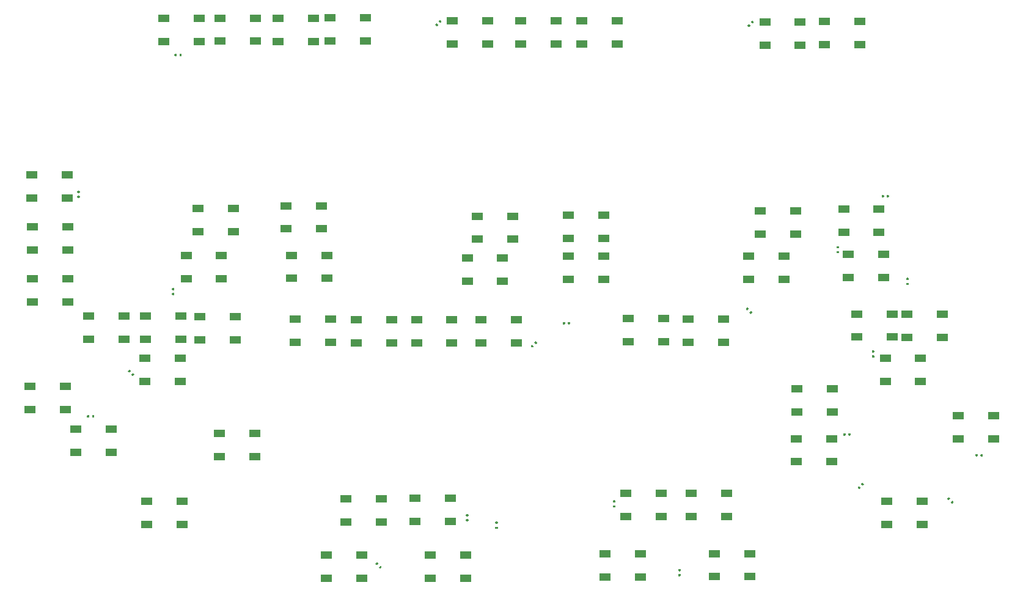
<source format=gbr>
%TF.GenerationSoftware,KiCad,Pcbnew,(5.1.6)-1*%
%TF.CreationDate,2020-11-25T10:01:43+11:00*%
%TF.ProjectId,INTR LT Panel PCB V1,494e5452-204c-4542-9050-616e656c2050,rev?*%
%TF.SameCoordinates,Original*%
%TF.FileFunction,Paste,Top*%
%TF.FilePolarity,Positive*%
%FSLAX46Y46*%
G04 Gerber Fmt 4.6, Leading zero omitted, Abs format (unit mm)*
G04 Created by KiCad (PCBNEW (5.1.6)-1) date 2020-11-25 10:01:43*
%MOMM*%
%LPD*%
G01*
G04 APERTURE LIST*
%ADD10R,1.500000X1.000000*%
G04 APERTURE END LIST*
%TO.C,C23*%
G36*
G01*
X163447900Y-85554200D02*
X163246900Y-85554200D01*
G75*
G02*
X163167400Y-85474700I0J79500D01*
G01*
X163167400Y-85315700D01*
G75*
G02*
X163246900Y-85236200I79500J0D01*
G01*
X163447900Y-85236200D01*
G75*
G02*
X163527400Y-85315700I0J-79500D01*
G01*
X163527400Y-85474700D01*
G75*
G02*
X163447900Y-85554200I-79500J0D01*
G01*
G37*
G36*
G01*
X163447900Y-86244200D02*
X163246900Y-86244200D01*
G75*
G02*
X163167400Y-86164700I0J79500D01*
G01*
X163167400Y-86005700D01*
G75*
G02*
X163246900Y-85926200I79500J0D01*
G01*
X163447900Y-85926200D01*
G75*
G02*
X163527400Y-86005700I0J-79500D01*
G01*
X163527400Y-86164700D01*
G75*
G02*
X163447900Y-86244200I-79500J0D01*
G01*
G37*
%TD*%
%TO.C,C22*%
G36*
G01*
X160485400Y-74039900D02*
X160485400Y-73838900D01*
G75*
G02*
X160564900Y-73759400I79500J0D01*
G01*
X160723900Y-73759400D01*
G75*
G02*
X160803400Y-73838900I0J-79500D01*
G01*
X160803400Y-74039900D01*
G75*
G02*
X160723900Y-74119400I-79500J0D01*
G01*
X160564900Y-74119400D01*
G75*
G02*
X160485400Y-74039900I0J79500D01*
G01*
G37*
G36*
G01*
X159795400Y-74039900D02*
X159795400Y-73838900D01*
G75*
G02*
X159874900Y-73759400I79500J0D01*
G01*
X160033900Y-73759400D01*
G75*
G02*
X160113400Y-73838900I0J-79500D01*
G01*
X160113400Y-74039900D01*
G75*
G02*
X160033900Y-74119400I-79500J0D01*
G01*
X159874900Y-74119400D01*
G75*
G02*
X159795400Y-74039900I0J79500D01*
G01*
G37*
%TD*%
%TO.C,C21*%
G36*
G01*
X158698100Y-95612600D02*
X158497100Y-95612600D01*
G75*
G02*
X158417600Y-95533100I0J79500D01*
G01*
X158417600Y-95374100D01*
G75*
G02*
X158497100Y-95294600I79500J0D01*
G01*
X158698100Y-95294600D01*
G75*
G02*
X158777600Y-95374100I0J-79500D01*
G01*
X158777600Y-95533100D01*
G75*
G02*
X158698100Y-95612600I-79500J0D01*
G01*
G37*
G36*
G01*
X158698100Y-96302600D02*
X158497100Y-96302600D01*
G75*
G02*
X158417600Y-96223100I0J79500D01*
G01*
X158417600Y-96064100D01*
G75*
G02*
X158497100Y-95984600I79500J0D01*
G01*
X158698100Y-95984600D01*
G75*
G02*
X158777600Y-96064100I0J-79500D01*
G01*
X158777600Y-96223100D01*
G75*
G02*
X158698100Y-96302600I-79500J0D01*
G01*
G37*
%TD*%
%TO.C,C20*%
G36*
G01*
X173464800Y-109930100D02*
X173464800Y-109729100D01*
G75*
G02*
X173544300Y-109649600I79500J0D01*
G01*
X173703300Y-109649600D01*
G75*
G02*
X173782800Y-109729100I0J-79500D01*
G01*
X173782800Y-109930100D01*
G75*
G02*
X173703300Y-110009600I-79500J0D01*
G01*
X173544300Y-110009600D01*
G75*
G02*
X173464800Y-109930100I0J79500D01*
G01*
G37*
G36*
G01*
X172774800Y-109930100D02*
X172774800Y-109729100D01*
G75*
G02*
X172854300Y-109649600I79500J0D01*
G01*
X173013300Y-109649600D01*
G75*
G02*
X173092800Y-109729100I0J-79500D01*
G01*
X173092800Y-109930100D01*
G75*
G02*
X173013300Y-110009600I-79500J0D01*
G01*
X172854300Y-110009600D01*
G75*
G02*
X172774800Y-109930100I0J79500D01*
G01*
G37*
%TD*%
%TO.C,C19*%
G36*
G01*
X154779400Y-106833500D02*
X154779400Y-107034500D01*
G75*
G02*
X154699900Y-107114000I-79500J0D01*
G01*
X154540900Y-107114000D01*
G75*
G02*
X154461400Y-107034500I0J79500D01*
G01*
X154461400Y-106833500D01*
G75*
G02*
X154540900Y-106754000I79500J0D01*
G01*
X154699900Y-106754000D01*
G75*
G02*
X154779400Y-106833500I0J-79500D01*
G01*
G37*
G36*
G01*
X155469400Y-106833500D02*
X155469400Y-107034500D01*
G75*
G02*
X155389900Y-107114000I-79500J0D01*
G01*
X155230900Y-107114000D01*
G75*
G02*
X155151400Y-107034500I0J79500D01*
G01*
X155151400Y-106833500D01*
G75*
G02*
X155230900Y-106754000I79500J0D01*
G01*
X155389900Y-106754000D01*
G75*
G02*
X155469400Y-106833500I0J-79500D01*
G01*
G37*
%TD*%
%TO.C,C18*%
G36*
G01*
X156690888Y-114134184D02*
X156833016Y-114276312D01*
G75*
G02*
X156833016Y-114388742I-56215J-56215D01*
G01*
X156720586Y-114501172D01*
G75*
G02*
X156608156Y-114501172I-56215J56215D01*
G01*
X156466028Y-114359044D01*
G75*
G02*
X156466028Y-114246614I56215J56215D01*
G01*
X156578458Y-114134184D01*
G75*
G02*
X156690888Y-114134184I56215J-56215D01*
G01*
G37*
G36*
G01*
X157178792Y-113646280D02*
X157320920Y-113788408D01*
G75*
G02*
X157320920Y-113900838I-56215J-56215D01*
G01*
X157208490Y-114013268D01*
G75*
G02*
X157096060Y-114013268I-56215J56215D01*
G01*
X156953932Y-113871140D01*
G75*
G02*
X156953932Y-113758710I56215J56215D01*
G01*
X157066362Y-113646280D01*
G75*
G02*
X157178792Y-113646280I56215J-56215D01*
G01*
G37*
%TD*%
%TO.C,C17*%
G36*
G01*
X169376858Y-116280586D02*
X169518986Y-116138458D01*
G75*
G02*
X169631416Y-116138458I56215J-56215D01*
G01*
X169743846Y-116250888D01*
G75*
G02*
X169743846Y-116363318I-56215J-56215D01*
G01*
X169601718Y-116505446D01*
G75*
G02*
X169489288Y-116505446I-56215J56215D01*
G01*
X169376858Y-116393016D01*
G75*
G02*
X169376858Y-116280586I56215J56215D01*
G01*
G37*
G36*
G01*
X168888954Y-115792682D02*
X169031082Y-115650554D01*
G75*
G02*
X169143512Y-115650554I56215J-56215D01*
G01*
X169255942Y-115762984D01*
G75*
G02*
X169255942Y-115875414I-56215J-56215D01*
G01*
X169113814Y-116017542D01*
G75*
G02*
X169001384Y-116017542I-56215J56215D01*
G01*
X168888954Y-115905112D01*
G75*
G02*
X168888954Y-115792682I56215J56215D01*
G01*
G37*
%TD*%
%TO.C,C16*%
G36*
G01*
X106526500Y-119336200D02*
X106325500Y-119336200D01*
G75*
G02*
X106246000Y-119256700I0J79500D01*
G01*
X106246000Y-119097700D01*
G75*
G02*
X106325500Y-119018200I79500J0D01*
G01*
X106526500Y-119018200D01*
G75*
G02*
X106606000Y-119097700I0J-79500D01*
G01*
X106606000Y-119256700D01*
G75*
G02*
X106526500Y-119336200I-79500J0D01*
G01*
G37*
G36*
G01*
X106526500Y-120026200D02*
X106325500Y-120026200D01*
G75*
G02*
X106246000Y-119946700I0J79500D01*
G01*
X106246000Y-119787700D01*
G75*
G02*
X106325500Y-119708200I79500J0D01*
G01*
X106526500Y-119708200D01*
G75*
G02*
X106606000Y-119787700I0J-79500D01*
G01*
X106606000Y-119946700D01*
G75*
G02*
X106526500Y-120026200I-79500J0D01*
G01*
G37*
%TD*%
%TO.C,C15*%
G36*
G01*
X131674700Y-126271600D02*
X131875700Y-126271600D01*
G75*
G02*
X131955200Y-126351100I0J-79500D01*
G01*
X131955200Y-126510100D01*
G75*
G02*
X131875700Y-126589600I-79500J0D01*
G01*
X131674700Y-126589600D01*
G75*
G02*
X131595200Y-126510100I0J79500D01*
G01*
X131595200Y-126351100D01*
G75*
G02*
X131674700Y-126271600I79500J0D01*
G01*
G37*
G36*
G01*
X131674700Y-125581600D02*
X131875700Y-125581600D01*
G75*
G02*
X131955200Y-125661100I0J-79500D01*
G01*
X131955200Y-125820100D01*
G75*
G02*
X131875700Y-125899600I-79500J0D01*
G01*
X131674700Y-125899600D01*
G75*
G02*
X131595200Y-125820100I0J79500D01*
G01*
X131595200Y-125661100D01*
G75*
G02*
X131674700Y-125581600I79500J0D01*
G01*
G37*
%TD*%
%TO.C,C14*%
G36*
G01*
X122632300Y-116746600D02*
X122833300Y-116746600D01*
G75*
G02*
X122912800Y-116826100I0J-79500D01*
G01*
X122912800Y-116985100D01*
G75*
G02*
X122833300Y-117064600I-79500J0D01*
G01*
X122632300Y-117064600D01*
G75*
G02*
X122552800Y-116985100I0J79500D01*
G01*
X122552800Y-116826100D01*
G75*
G02*
X122632300Y-116746600I79500J0D01*
G01*
G37*
G36*
G01*
X122632300Y-116056600D02*
X122833300Y-116056600D01*
G75*
G02*
X122912800Y-116136100I0J-79500D01*
G01*
X122912800Y-116295100D01*
G75*
G02*
X122833300Y-116374600I-79500J0D01*
G01*
X122632300Y-116374600D01*
G75*
G02*
X122552800Y-116295100I0J79500D01*
G01*
X122552800Y-116136100D01*
G75*
G02*
X122632300Y-116056600I79500J0D01*
G01*
G37*
%TD*%
%TO.C,C13*%
G36*
G01*
X90128858Y-125297586D02*
X90270986Y-125155458D01*
G75*
G02*
X90383416Y-125155458I56215J-56215D01*
G01*
X90495846Y-125267888D01*
G75*
G02*
X90495846Y-125380318I-56215J-56215D01*
G01*
X90353718Y-125522446D01*
G75*
G02*
X90241288Y-125522446I-56215J56215D01*
G01*
X90128858Y-125410016D01*
G75*
G02*
X90128858Y-125297586I56215J56215D01*
G01*
G37*
G36*
G01*
X89640954Y-124809682D02*
X89783082Y-124667554D01*
G75*
G02*
X89895512Y-124667554I56215J-56215D01*
G01*
X90007942Y-124779984D01*
G75*
G02*
X90007942Y-124892414I-56215J-56215D01*
G01*
X89865814Y-125034542D01*
G75*
G02*
X89753384Y-125034542I-56215J56215D01*
G01*
X89640954Y-124922112D01*
G75*
G02*
X89640954Y-124809682I56215J56215D01*
G01*
G37*
%TD*%
%TO.C,C12*%
G36*
G01*
X102261500Y-118651600D02*
X102462500Y-118651600D01*
G75*
G02*
X102542000Y-118731100I0J-79500D01*
G01*
X102542000Y-118890100D01*
G75*
G02*
X102462500Y-118969600I-79500J0D01*
G01*
X102261500Y-118969600D01*
G75*
G02*
X102182000Y-118890100I0J79500D01*
G01*
X102182000Y-118731100D01*
G75*
G02*
X102261500Y-118651600I79500J0D01*
G01*
G37*
G36*
G01*
X102261500Y-117961600D02*
X102462500Y-117961600D01*
G75*
G02*
X102542000Y-118041100I0J-79500D01*
G01*
X102542000Y-118200100D01*
G75*
G02*
X102462500Y-118279600I-79500J0D01*
G01*
X102261500Y-118279600D01*
G75*
G02*
X102182000Y-118200100I0J79500D01*
G01*
X102182000Y-118041100D01*
G75*
G02*
X102261500Y-117961600I79500J0D01*
G01*
G37*
%TD*%
%TO.C,C11*%
G36*
G01*
X48413500Y-73871400D02*
X48614500Y-73871400D01*
G75*
G02*
X48694000Y-73950900I0J-79500D01*
G01*
X48694000Y-74109900D01*
G75*
G02*
X48614500Y-74189400I-79500J0D01*
G01*
X48413500Y-74189400D01*
G75*
G02*
X48334000Y-74109900I0J79500D01*
G01*
X48334000Y-73950900D01*
G75*
G02*
X48413500Y-73871400I79500J0D01*
G01*
G37*
G36*
G01*
X48413500Y-73181400D02*
X48614500Y-73181400D01*
G75*
G02*
X48694000Y-73260900I0J-79500D01*
G01*
X48694000Y-73419900D01*
G75*
G02*
X48614500Y-73499400I-79500J0D01*
G01*
X48413500Y-73499400D01*
G75*
G02*
X48334000Y-73419900I0J79500D01*
G01*
X48334000Y-73260900D01*
G75*
G02*
X48413500Y-73181400I79500J0D01*
G01*
G37*
%TD*%
%TO.C,C10*%
G36*
G01*
X50376400Y-104545300D02*
X50376400Y-104344300D01*
G75*
G02*
X50455900Y-104264800I79500J0D01*
G01*
X50614900Y-104264800D01*
G75*
G02*
X50694400Y-104344300I0J-79500D01*
G01*
X50694400Y-104545300D01*
G75*
G02*
X50614900Y-104624800I-79500J0D01*
G01*
X50455900Y-104624800D01*
G75*
G02*
X50376400Y-104545300I0J79500D01*
G01*
G37*
G36*
G01*
X49686400Y-104545300D02*
X49686400Y-104344300D01*
G75*
G02*
X49765900Y-104264800I79500J0D01*
G01*
X49924900Y-104264800D01*
G75*
G02*
X50004400Y-104344300I0J-79500D01*
G01*
X50004400Y-104545300D01*
G75*
G02*
X49924900Y-104624800I-79500J0D01*
G01*
X49765900Y-104624800D01*
G75*
G02*
X49686400Y-104545300I0J79500D01*
G01*
G37*
%TD*%
%TO.C,C9*%
G36*
G01*
X61720900Y-86951200D02*
X61519900Y-86951200D01*
G75*
G02*
X61440400Y-86871700I0J79500D01*
G01*
X61440400Y-86712700D01*
G75*
G02*
X61519900Y-86633200I79500J0D01*
G01*
X61720900Y-86633200D01*
G75*
G02*
X61800400Y-86712700I0J-79500D01*
G01*
X61800400Y-86871700D01*
G75*
G02*
X61720900Y-86951200I-79500J0D01*
G01*
G37*
G36*
G01*
X61720900Y-87641200D02*
X61519900Y-87641200D01*
G75*
G02*
X61440400Y-87561700I0J79500D01*
G01*
X61440400Y-87402700D01*
G75*
G02*
X61519900Y-87323200I79500J0D01*
G01*
X61720900Y-87323200D01*
G75*
G02*
X61800400Y-87402700I0J-79500D01*
G01*
X61800400Y-87561700D01*
G75*
G02*
X61720900Y-87641200I-79500J0D01*
G01*
G37*
%TD*%
%TO.C,C8*%
G36*
G01*
X111405014Y-94523058D02*
X111547142Y-94665186D01*
G75*
G02*
X111547142Y-94777616I-56215J-56215D01*
G01*
X111434712Y-94890046D01*
G75*
G02*
X111322282Y-94890046I-56215J56215D01*
G01*
X111180154Y-94747918D01*
G75*
G02*
X111180154Y-94635488I56215J56215D01*
G01*
X111292584Y-94523058D01*
G75*
G02*
X111405014Y-94523058I56215J-56215D01*
G01*
G37*
G36*
G01*
X111892918Y-94035154D02*
X112035046Y-94177282D01*
G75*
G02*
X112035046Y-94289712I-56215J-56215D01*
G01*
X111922616Y-94402142D01*
G75*
G02*
X111810186Y-94402142I-56215J56215D01*
G01*
X111668058Y-94260014D01*
G75*
G02*
X111668058Y-94147584I56215J56215D01*
G01*
X111780488Y-94035154D01*
G75*
G02*
X111892918Y-94035154I56215J-56215D01*
G01*
G37*
%TD*%
%TO.C,C7*%
G36*
G01*
X55366306Y-98129634D02*
X55508434Y-97987506D01*
G75*
G02*
X55620864Y-97987506I56215J-56215D01*
G01*
X55733294Y-98099936D01*
G75*
G02*
X55733294Y-98212366I-56215J-56215D01*
G01*
X55591166Y-98354494D01*
G75*
G02*
X55478736Y-98354494I-56215J56215D01*
G01*
X55366306Y-98242064D01*
G75*
G02*
X55366306Y-98129634I56215J56215D01*
G01*
G37*
G36*
G01*
X55854210Y-98617538D02*
X55996338Y-98475410D01*
G75*
G02*
X56108768Y-98475410I56215J-56215D01*
G01*
X56221198Y-98587840D01*
G75*
G02*
X56221198Y-98700270I-56215J-56215D01*
G01*
X56079070Y-98842398D01*
G75*
G02*
X55966640Y-98842398I-56215J56215D01*
G01*
X55854210Y-98729968D01*
G75*
G02*
X55854210Y-98617538I56215J56215D01*
G01*
G37*
%TD*%
%TO.C,C6*%
G36*
G01*
X141462258Y-90016986D02*
X141604386Y-89874858D01*
G75*
G02*
X141716816Y-89874858I56215J-56215D01*
G01*
X141829246Y-89987288D01*
G75*
G02*
X141829246Y-90099718I-56215J-56215D01*
G01*
X141687118Y-90241846D01*
G75*
G02*
X141574688Y-90241846I-56215J56215D01*
G01*
X141462258Y-90129416D01*
G75*
G02*
X141462258Y-90016986I56215J56215D01*
G01*
G37*
G36*
G01*
X140974354Y-89529082D02*
X141116482Y-89386954D01*
G75*
G02*
X141228912Y-89386954I56215J-56215D01*
G01*
X141341342Y-89499384D01*
G75*
G02*
X141341342Y-89611814I-56215J-56215D01*
G01*
X141199214Y-89753942D01*
G75*
G02*
X141086784Y-89753942I-56215J56215D01*
G01*
X140974354Y-89641512D01*
G75*
G02*
X140974354Y-89529082I56215J56215D01*
G01*
G37*
%TD*%
%TO.C,C5*%
G36*
G01*
X153821300Y-81160000D02*
X153620300Y-81160000D01*
G75*
G02*
X153540800Y-81080500I0J79500D01*
G01*
X153540800Y-80921500D01*
G75*
G02*
X153620300Y-80842000I79500J0D01*
G01*
X153821300Y-80842000D01*
G75*
G02*
X153900800Y-80921500I0J-79500D01*
G01*
X153900800Y-81080500D01*
G75*
G02*
X153821300Y-81160000I-79500J0D01*
G01*
G37*
G36*
G01*
X153821300Y-81850000D02*
X153620300Y-81850000D01*
G75*
G02*
X153540800Y-81770500I0J79500D01*
G01*
X153540800Y-81611500D01*
G75*
G02*
X153620300Y-81532000I79500J0D01*
G01*
X153821300Y-81532000D01*
G75*
G02*
X153900800Y-81611500I0J-79500D01*
G01*
X153900800Y-81770500D01*
G75*
G02*
X153821300Y-81850000I-79500J0D01*
G01*
G37*
%TD*%
%TO.C,C4*%
G36*
G01*
X141427814Y-50123858D02*
X141569942Y-50265986D01*
G75*
G02*
X141569942Y-50378416I-56215J-56215D01*
G01*
X141457512Y-50490846D01*
G75*
G02*
X141345082Y-50490846I-56215J56215D01*
G01*
X141202954Y-50348718D01*
G75*
G02*
X141202954Y-50236288I56215J56215D01*
G01*
X141315384Y-50123858D01*
G75*
G02*
X141427814Y-50123858I56215J-56215D01*
G01*
G37*
G36*
G01*
X141915718Y-49635954D02*
X142057846Y-49778082D01*
G75*
G02*
X142057846Y-49890512I-56215J-56215D01*
G01*
X141945416Y-50002942D01*
G75*
G02*
X141832986Y-50002942I-56215J56215D01*
G01*
X141690858Y-49860814D01*
G75*
G02*
X141690858Y-49748384I56215J56215D01*
G01*
X141803288Y-49635954D01*
G75*
G02*
X141915718Y-49635954I56215J-56215D01*
G01*
G37*
%TD*%
%TO.C,C3*%
G36*
G01*
X98173940Y-50019932D02*
X98316068Y-50162060D01*
G75*
G02*
X98316068Y-50274490I-56215J-56215D01*
G01*
X98203638Y-50386920D01*
G75*
G02*
X98091208Y-50386920I-56215J56215D01*
G01*
X97949080Y-50244792D01*
G75*
G02*
X97949080Y-50132362I56215J56215D01*
G01*
X98061510Y-50019932D01*
G75*
G02*
X98173940Y-50019932I56215J-56215D01*
G01*
G37*
G36*
G01*
X98661844Y-49532028D02*
X98803972Y-49674156D01*
G75*
G02*
X98803972Y-49786586I-56215J-56215D01*
G01*
X98691542Y-49899016D01*
G75*
G02*
X98579112Y-49899016I-56215J56215D01*
G01*
X98436984Y-49756888D01*
G75*
G02*
X98436984Y-49644458I56215J56215D01*
G01*
X98549414Y-49532028D01*
G75*
G02*
X98661844Y-49532028I56215J-56215D01*
G01*
G37*
%TD*%
%TO.C,C2*%
G36*
G01*
X62492200Y-54481900D02*
X62492200Y-54280900D01*
G75*
G02*
X62571700Y-54201400I79500J0D01*
G01*
X62730700Y-54201400D01*
G75*
G02*
X62810200Y-54280900I0J-79500D01*
G01*
X62810200Y-54481900D01*
G75*
G02*
X62730700Y-54561400I-79500J0D01*
G01*
X62571700Y-54561400D01*
G75*
G02*
X62492200Y-54481900I0J79500D01*
G01*
G37*
G36*
G01*
X61802200Y-54481900D02*
X61802200Y-54280900D01*
G75*
G02*
X61881700Y-54201400I79500J0D01*
G01*
X62040700Y-54201400D01*
G75*
G02*
X62120200Y-54280900I0J-79500D01*
G01*
X62120200Y-54481900D01*
G75*
G02*
X62040700Y-54561400I-79500J0D01*
G01*
X61881700Y-54561400D01*
G75*
G02*
X61802200Y-54481900I0J79500D01*
G01*
G37*
%TD*%
D10*
%TO.C,D54*%
X57990400Y-116205000D03*
X57990400Y-119405000D03*
X62890400Y-116205000D03*
X62890400Y-119405000D03*
%TD*%
%TO.C,D53*%
X48133000Y-106223000D03*
X48133000Y-109423000D03*
X53033000Y-106223000D03*
X53033000Y-109423000D03*
%TD*%
%TO.C,D52*%
X57711000Y-96367600D03*
X57711000Y-99567600D03*
X62611000Y-96367600D03*
X62611000Y-99567600D03*
%TD*%
%TO.C,D51*%
X68035000Y-106833000D03*
X68035000Y-110033000D03*
X72935000Y-106833000D03*
X72935000Y-110033000D03*
%TD*%
%TO.C,D50*%
X82831600Y-123622000D03*
X82831600Y-126822000D03*
X87731600Y-123622000D03*
X87731600Y-126822000D03*
%TD*%
%TO.C,D49*%
X85574800Y-115849000D03*
X85574800Y-119049000D03*
X90474800Y-115849000D03*
X90474800Y-119049000D03*
%TD*%
%TO.C,D48*%
X95150600Y-115799000D03*
X95150600Y-118999000D03*
X100050600Y-115799000D03*
X100050600Y-118999000D03*
%TD*%
%TO.C,D47*%
X97208000Y-123647000D03*
X97208000Y-126847000D03*
X102108000Y-123647000D03*
X102108000Y-126847000D03*
%TD*%
%TO.C,D46*%
X121490000Y-123469000D03*
X121490000Y-126669000D03*
X126390000Y-123469000D03*
X126390000Y-126669000D03*
%TD*%
%TO.C,D45*%
X124310000Y-115113000D03*
X124310000Y-118313000D03*
X129210000Y-115113000D03*
X129210000Y-118313000D03*
%TD*%
%TO.C,D44*%
X133415000Y-115113000D03*
X133415000Y-118313000D03*
X138315000Y-115113000D03*
X138315000Y-118313000D03*
%TD*%
%TO.C,D43*%
X136629000Y-123444000D03*
X136629000Y-126644000D03*
X141529000Y-123444000D03*
X141529000Y-126644000D03*
%TD*%
%TO.C,D42*%
X148008000Y-100610000D03*
X148008000Y-103810000D03*
X152908000Y-100610000D03*
X152908000Y-103810000D03*
%TD*%
%TO.C,D41*%
X147983000Y-107519000D03*
X147983000Y-110719000D03*
X152883000Y-107519000D03*
X152883000Y-110719000D03*
%TD*%
%TO.C,D40*%
X160466000Y-116205000D03*
X160466000Y-119405000D03*
X165366000Y-116205000D03*
X165366000Y-119405000D03*
%TD*%
%TO.C,D39*%
X170385000Y-104318000D03*
X170385000Y-107518000D03*
X175285000Y-104318000D03*
X175285000Y-107518000D03*
%TD*%
%TO.C,D38*%
X160276000Y-96367600D03*
X160276000Y-99567600D03*
X165176000Y-96367600D03*
X165176000Y-99567600D03*
%TD*%
%TO.C,R1*%
G36*
G01*
X115928000Y-91441100D02*
X115928000Y-91642100D01*
G75*
G02*
X115848500Y-91721600I-79500J0D01*
G01*
X115689500Y-91721600D01*
G75*
G02*
X115610000Y-91642100I0J79500D01*
G01*
X115610000Y-91441100D01*
G75*
G02*
X115689500Y-91361600I79500J0D01*
G01*
X115848500Y-91361600D01*
G75*
G02*
X115928000Y-91441100I0J-79500D01*
G01*
G37*
G36*
G01*
X116618000Y-91441100D02*
X116618000Y-91642100D01*
G75*
G02*
X116538500Y-91721600I-79500J0D01*
G01*
X116379500Y-91721600D01*
G75*
G02*
X116300000Y-91642100I0J79500D01*
G01*
X116300000Y-91441100D01*
G75*
G02*
X116379500Y-91361600I79500J0D01*
G01*
X116538500Y-91361600D01*
G75*
G02*
X116618000Y-91441100I0J-79500D01*
G01*
G37*
%TD*%
%TO.C,D37*%
X163299000Y-90297400D03*
X163299000Y-93497400D03*
X168199000Y-90297400D03*
X168199000Y-93497400D03*
%TD*%
%TO.C,D36*%
X156339000Y-90246200D03*
X156339000Y-93446200D03*
X161239000Y-90246200D03*
X161239000Y-93446200D03*
%TD*%
%TO.C,D35*%
X155171000Y-81965800D03*
X155171000Y-85165800D03*
X160071000Y-81965800D03*
X160071000Y-85165800D03*
%TD*%
%TO.C,D34*%
X154522000Y-75717600D03*
X154522000Y-78917600D03*
X159422000Y-75717600D03*
X159422000Y-78917600D03*
%TD*%
%TO.C,D33*%
X142953000Y-75971400D03*
X142953000Y-79171400D03*
X147853000Y-75971400D03*
X147853000Y-79171400D03*
%TD*%
%TO.C,D32*%
X141351000Y-82245200D03*
X141351000Y-85445200D03*
X146251000Y-82245200D03*
X146251000Y-85445200D03*
%TD*%
%TO.C,D31*%
X132971000Y-90957400D03*
X132971000Y-94157400D03*
X137871000Y-90957400D03*
X137871000Y-94157400D03*
%TD*%
%TO.C,D30*%
X124702000Y-90906800D03*
X124702000Y-94106800D03*
X129602000Y-90906800D03*
X129602000Y-94106800D03*
%TD*%
%TO.C,D29*%
X116360000Y-82271000D03*
X116360000Y-85471000D03*
X121260000Y-82271000D03*
X121260000Y-85471000D03*
%TD*%
%TO.C,D28*%
X116371000Y-76606600D03*
X116371000Y-79806600D03*
X121271000Y-76606600D03*
X121271000Y-79806600D03*
%TD*%
%TO.C,D27*%
X103761000Y-76708000D03*
X103761000Y-79908000D03*
X108661000Y-76708000D03*
X108661000Y-79908000D03*
%TD*%
%TO.C,D26*%
X102362000Y-82499200D03*
X102362000Y-85699200D03*
X107262000Y-82499200D03*
X107262000Y-85699200D03*
%TD*%
%TO.C,D25*%
X104281000Y-91033800D03*
X104281000Y-94233800D03*
X109181000Y-91033800D03*
X109181000Y-94233800D03*
%TD*%
%TO.C,D24*%
X95340000Y-91033800D03*
X95340000Y-94233800D03*
X100240000Y-91033800D03*
X100240000Y-94233800D03*
%TD*%
%TO.C,D23*%
X86997200Y-91059000D03*
X86997200Y-94259000D03*
X91897200Y-91059000D03*
X91897200Y-94259000D03*
%TD*%
%TO.C,D22*%
X78499800Y-90983000D03*
X78499800Y-94183000D03*
X83399800Y-90983000D03*
X83399800Y-94183000D03*
%TD*%
%TO.C,D21*%
X78042600Y-82118400D03*
X78042600Y-85318400D03*
X82942600Y-82118400D03*
X82942600Y-85318400D03*
%TD*%
%TO.C,D20*%
X77292200Y-75260200D03*
X77292200Y-78460200D03*
X82192200Y-75260200D03*
X82192200Y-78460200D03*
%TD*%
%TO.C,D19*%
X65088600Y-75616000D03*
X65088600Y-78816000D03*
X69988600Y-75616000D03*
X69988600Y-78816000D03*
%TD*%
%TO.C,D18*%
X63423800Y-82169000D03*
X63423800Y-85369000D03*
X68323800Y-82169000D03*
X68323800Y-85369000D03*
%TD*%
%TO.C,D17*%
X65331000Y-90652600D03*
X65331000Y-93852600D03*
X70231000Y-90652600D03*
X70231000Y-93852600D03*
%TD*%
%TO.C,D16*%
X57785000Y-90576400D03*
X57785000Y-93776400D03*
X62685000Y-90576400D03*
X62685000Y-93776400D03*
%TD*%
%TO.C,D15*%
X49936400Y-90525600D03*
X49936400Y-93725600D03*
X54836400Y-90525600D03*
X54836400Y-93725600D03*
%TD*%
%TO.C,D14*%
X41759800Y-100254000D03*
X41759800Y-103454000D03*
X46659800Y-100254000D03*
X46659800Y-103454000D03*
%TD*%
%TO.C,D13*%
X42115400Y-85394800D03*
X42115400Y-88594800D03*
X47015400Y-85394800D03*
X47015400Y-88594800D03*
%TD*%
%TO.C,D12*%
X42127000Y-78181400D03*
X42127000Y-81381400D03*
X47027000Y-78181400D03*
X47027000Y-81381400D03*
%TD*%
%TO.C,D11*%
X42064600Y-71018400D03*
X42064600Y-74218400D03*
X46964600Y-71018400D03*
X46964600Y-74218400D03*
%TD*%
%TO.C,D10*%
X60299600Y-49301400D03*
X60299600Y-52501400D03*
X65199600Y-49301400D03*
X65199600Y-52501400D03*
%TD*%
%TO.C,D9*%
X68122800Y-49276000D03*
X68122800Y-52476000D03*
X73022800Y-49276000D03*
X73022800Y-52476000D03*
%TD*%
%TO.C,D8*%
X76126000Y-49301800D03*
X76126000Y-52501800D03*
X81026000Y-49301800D03*
X81026000Y-52501800D03*
%TD*%
%TO.C,D7*%
X83390400Y-49250600D03*
X83390400Y-52450600D03*
X88290400Y-49250600D03*
X88290400Y-52450600D03*
%TD*%
%TO.C,D6*%
X100279000Y-49657000D03*
X100279000Y-52857000D03*
X105179000Y-49657000D03*
X105179000Y-52857000D03*
%TD*%
%TO.C,D5*%
X109781000Y-49657000D03*
X109781000Y-52857000D03*
X114681000Y-49657000D03*
X114681000Y-52857000D03*
%TD*%
%TO.C,D4*%
X118237000Y-49682800D03*
X118237000Y-52882800D03*
X123137000Y-49682800D03*
X123137000Y-52882800D03*
%TD*%
%TO.C,D3*%
X143600000Y-49809600D03*
X143600000Y-53009600D03*
X148500000Y-49809600D03*
X148500000Y-53009600D03*
%TD*%
%TO.C,D2*%
X151830000Y-49758800D03*
X151830000Y-52958800D03*
X156730000Y-49758800D03*
X156730000Y-52958800D03*
%TD*%
M02*

</source>
